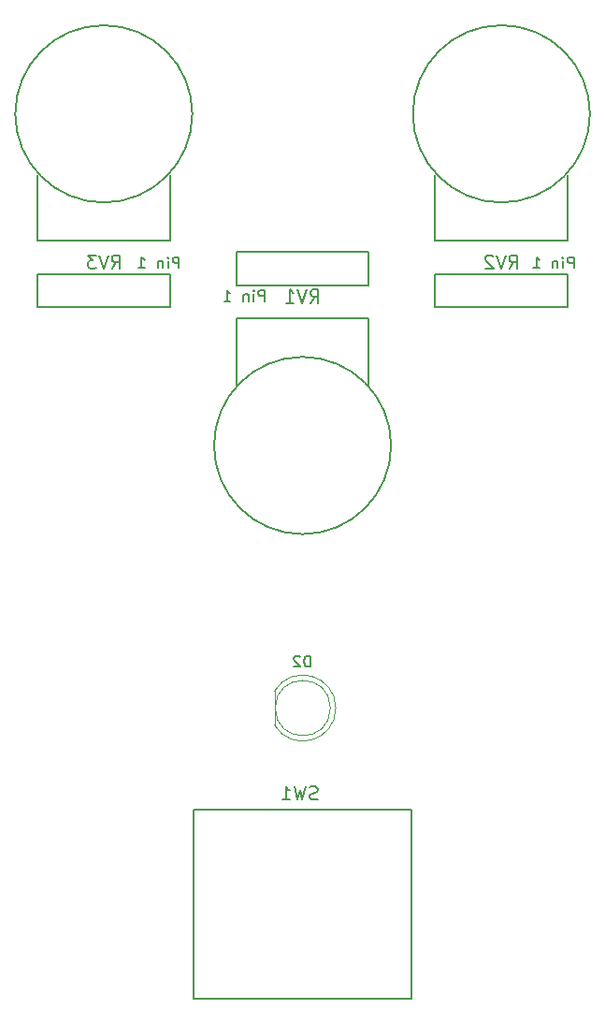
<source format=gbo>
G04 #@! TF.FileFunction,Legend,Bot*
%FSLAX46Y46*%
G04 Gerber Fmt 4.6, Leading zero omitted, Abs format (unit mm)*
G04 Created by KiCad (PCBNEW 4.0.7) date 02/09/18 21:40:19*
%MOMM*%
%LPD*%
G01*
G04 APERTURE LIST*
%ADD10C,0.100000*%
%ADD11C,0.200000*%
%ADD12C,0.150000*%
%ADD13C,0.120000*%
G04 APERTURE END LIST*
D10*
D11*
X185819524Y-74596381D02*
X185819524Y-73596381D01*
X185438571Y-73596381D01*
X185343333Y-73644000D01*
X185295714Y-73691619D01*
X185248095Y-73786857D01*
X185248095Y-73929714D01*
X185295714Y-74024952D01*
X185343333Y-74072571D01*
X185438571Y-74120190D01*
X185819524Y-74120190D01*
X184819524Y-74596381D02*
X184819524Y-73929714D01*
X184819524Y-73596381D02*
X184867143Y-73644000D01*
X184819524Y-73691619D01*
X184771905Y-73644000D01*
X184819524Y-73596381D01*
X184819524Y-73691619D01*
X184343334Y-73929714D02*
X184343334Y-74596381D01*
X184343334Y-74024952D02*
X184295715Y-73977333D01*
X184200477Y-73929714D01*
X184057619Y-73929714D01*
X183962381Y-73977333D01*
X183914762Y-74072571D01*
X183914762Y-74596381D01*
X182152857Y-74596381D02*
X182724286Y-74596381D01*
X182438572Y-74596381D02*
X182438572Y-73596381D01*
X182533810Y-73739238D01*
X182629048Y-73834476D01*
X182724286Y-73882095D01*
X157819524Y-77596381D02*
X157819524Y-76596381D01*
X157438571Y-76596381D01*
X157343333Y-76644000D01*
X157295714Y-76691619D01*
X157248095Y-76786857D01*
X157248095Y-76929714D01*
X157295714Y-77024952D01*
X157343333Y-77072571D01*
X157438571Y-77120190D01*
X157819524Y-77120190D01*
X156819524Y-77596381D02*
X156819524Y-76929714D01*
X156819524Y-76596381D02*
X156867143Y-76644000D01*
X156819524Y-76691619D01*
X156771905Y-76644000D01*
X156819524Y-76596381D01*
X156819524Y-76691619D01*
X156343334Y-76929714D02*
X156343334Y-77596381D01*
X156343334Y-77024952D02*
X156295715Y-76977333D01*
X156200477Y-76929714D01*
X156057619Y-76929714D01*
X155962381Y-76977333D01*
X155914762Y-77072571D01*
X155914762Y-77596381D01*
X154152857Y-77596381D02*
X154724286Y-77596381D01*
X154438572Y-77596381D02*
X154438572Y-76596381D01*
X154533810Y-76739238D01*
X154629048Y-76834476D01*
X154724286Y-76882095D01*
X150069524Y-74596381D02*
X150069524Y-73596381D01*
X149688571Y-73596381D01*
X149593333Y-73644000D01*
X149545714Y-73691619D01*
X149498095Y-73786857D01*
X149498095Y-73929714D01*
X149545714Y-74024952D01*
X149593333Y-74072571D01*
X149688571Y-74120190D01*
X150069524Y-74120190D01*
X149069524Y-74596381D02*
X149069524Y-73929714D01*
X149069524Y-73596381D02*
X149117143Y-73644000D01*
X149069524Y-73691619D01*
X149021905Y-73644000D01*
X149069524Y-73596381D01*
X149069524Y-73691619D01*
X148593334Y-73929714D02*
X148593334Y-74596381D01*
X148593334Y-74024952D02*
X148545715Y-73977333D01*
X148450477Y-73929714D01*
X148307619Y-73929714D01*
X148212381Y-73977333D01*
X148164762Y-74072571D01*
X148164762Y-74596381D01*
X146402857Y-74596381D02*
X146974286Y-74596381D01*
X146688572Y-74596381D02*
X146688572Y-73596381D01*
X146783810Y-73739238D01*
X146879048Y-73834476D01*
X146974286Y-73882095D01*
D12*
X155260000Y-76144000D02*
X155260000Y-73144000D01*
X155260000Y-73144000D02*
X167260000Y-73144000D01*
X167260000Y-73144000D02*
X167260000Y-76144000D01*
X167260000Y-76144000D02*
X155260000Y-76144000D01*
X155260000Y-85144000D02*
X155260000Y-79144000D01*
X155260000Y-79144000D02*
X167260000Y-79144000D01*
X167260000Y-79144000D02*
X167260000Y-85144000D01*
X169275610Y-90644000D02*
G75*
G03X169275610Y-90644000I-8015610J0D01*
G01*
X151417500Y-123596900D02*
X171102500Y-123596900D01*
X171102500Y-140691100D02*
X171102500Y-123596900D01*
X151417500Y-140691100D02*
X171102500Y-140691100D01*
X151417500Y-140691100D02*
X151417500Y-123596900D01*
D13*
X164270000Y-114393538D02*
G75*
G02X158720000Y-115938830I-2990000J-462D01*
G01*
X164270000Y-114394462D02*
G75*
G03X158720000Y-112849170I-2990000J462D01*
G01*
X163780000Y-114394000D02*
G75*
G03X163780000Y-114394000I-2500000J0D01*
G01*
X158720000Y-115939000D02*
X158720000Y-112849000D01*
D12*
X185260000Y-75144000D02*
X185260000Y-78144000D01*
X185260000Y-78144000D02*
X173260000Y-78144000D01*
X173260000Y-78144000D02*
X173260000Y-75144000D01*
X173260000Y-75144000D02*
X185260000Y-75144000D01*
X185260000Y-66144000D02*
X185260000Y-72144000D01*
X185260000Y-72144000D02*
X173260000Y-72144000D01*
X173260000Y-72144000D02*
X173260000Y-66144000D01*
X187275610Y-60644000D02*
G75*
G03X187275610Y-60644000I-8015610J0D01*
G01*
X149260000Y-75144000D02*
X149260000Y-78144000D01*
X149260000Y-78144000D02*
X137260000Y-78144000D01*
X137260000Y-78144000D02*
X137260000Y-75144000D01*
X137260000Y-75144000D02*
X149260000Y-75144000D01*
X149260000Y-66144000D02*
X149260000Y-72144000D01*
X149260000Y-72144000D02*
X137260000Y-72144000D01*
X137260000Y-72144000D02*
X137260000Y-66144000D01*
X151275610Y-60644000D02*
G75*
G03X151275610Y-60644000I-8015610J0D01*
G01*
X161960285Y-77738857D02*
X162360285Y-77167429D01*
X162646000Y-77738857D02*
X162646000Y-76538857D01*
X162188857Y-76538857D01*
X162074571Y-76596000D01*
X162017428Y-76653143D01*
X161960285Y-76767429D01*
X161960285Y-76938857D01*
X162017428Y-77053143D01*
X162074571Y-77110286D01*
X162188857Y-77167429D01*
X162646000Y-77167429D01*
X161617428Y-76538857D02*
X161217428Y-77738857D01*
X160817428Y-76538857D01*
X159788857Y-77738857D02*
X160474572Y-77738857D01*
X160131714Y-77738857D02*
X160131714Y-76538857D01*
X160246000Y-76710286D01*
X160360286Y-76824571D01*
X160474572Y-76881714D01*
X162610000Y-122629714D02*
X162438571Y-122686857D01*
X162152857Y-122686857D01*
X162038571Y-122629714D01*
X161981428Y-122572571D01*
X161924285Y-122458286D01*
X161924285Y-122344000D01*
X161981428Y-122229714D01*
X162038571Y-122172571D01*
X162152857Y-122115429D01*
X162381428Y-122058286D01*
X162495714Y-122001143D01*
X162552857Y-121944000D01*
X162610000Y-121829714D01*
X162610000Y-121715429D01*
X162552857Y-121601143D01*
X162495714Y-121544000D01*
X162381428Y-121486857D01*
X162095714Y-121486857D01*
X161924285Y-121544000D01*
X161524285Y-121486857D02*
X161238571Y-122686857D01*
X161010000Y-121829714D01*
X160781428Y-122686857D01*
X160495714Y-121486857D01*
X159409999Y-122686857D02*
X160095714Y-122686857D01*
X159752856Y-122686857D02*
X159752856Y-121486857D01*
X159867142Y-121658286D01*
X159981428Y-121772571D01*
X160095714Y-121829714D01*
X161970095Y-110658381D02*
X161970095Y-109658381D01*
X161732000Y-109658381D01*
X161589142Y-109706000D01*
X161493904Y-109801238D01*
X161446285Y-109896476D01*
X161398666Y-110086952D01*
X161398666Y-110229810D01*
X161446285Y-110420286D01*
X161493904Y-110515524D01*
X161589142Y-110610762D01*
X161732000Y-110658381D01*
X161970095Y-110658381D01*
X161017714Y-109753619D02*
X160970095Y-109706000D01*
X160874857Y-109658381D01*
X160636761Y-109658381D01*
X160541523Y-109706000D01*
X160493904Y-109753619D01*
X160446285Y-109848857D01*
X160446285Y-109944095D01*
X160493904Y-110086952D01*
X161065333Y-110658381D01*
X160446285Y-110658381D01*
X179988285Y-74634857D02*
X180388285Y-74063429D01*
X180674000Y-74634857D02*
X180674000Y-73434857D01*
X180216857Y-73434857D01*
X180102571Y-73492000D01*
X180045428Y-73549143D01*
X179988285Y-73663429D01*
X179988285Y-73834857D01*
X180045428Y-73949143D01*
X180102571Y-74006286D01*
X180216857Y-74063429D01*
X180674000Y-74063429D01*
X179645428Y-73434857D02*
X179245428Y-74634857D01*
X178845428Y-73434857D01*
X178502572Y-73549143D02*
X178445429Y-73492000D01*
X178331143Y-73434857D01*
X178045429Y-73434857D01*
X177931143Y-73492000D01*
X177874000Y-73549143D01*
X177816857Y-73663429D01*
X177816857Y-73777714D01*
X177874000Y-73949143D01*
X178559714Y-74634857D01*
X177816857Y-74634857D01*
X143988285Y-74634857D02*
X144388285Y-74063429D01*
X144674000Y-74634857D02*
X144674000Y-73434857D01*
X144216857Y-73434857D01*
X144102571Y-73492000D01*
X144045428Y-73549143D01*
X143988285Y-73663429D01*
X143988285Y-73834857D01*
X144045428Y-73949143D01*
X144102571Y-74006286D01*
X144216857Y-74063429D01*
X144674000Y-74063429D01*
X143645428Y-73434857D02*
X143245428Y-74634857D01*
X142845428Y-73434857D01*
X142559714Y-73434857D02*
X141816857Y-73434857D01*
X142216857Y-73892000D01*
X142045429Y-73892000D01*
X141931143Y-73949143D01*
X141874000Y-74006286D01*
X141816857Y-74120571D01*
X141816857Y-74406286D01*
X141874000Y-74520571D01*
X141931143Y-74577714D01*
X142045429Y-74634857D01*
X142388286Y-74634857D01*
X142502572Y-74577714D01*
X142559714Y-74520571D01*
M02*

</source>
